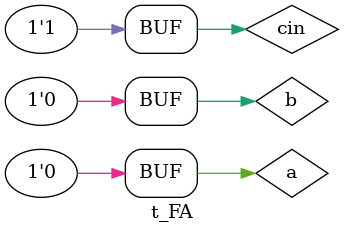
<source format=v>
`timescale 1ns/1ps
module t_FA;
reg a,b,cin;
wire sum,cout;

FA FA1
(.a(a),.b(b), .cin(cin), .sum(sum), .cout(cout));

initial 
begin
a=0;
b=0;
cin=0;

#20
a=0;
b=0;
cin=1;

end

initial 
$monitor("x=%d,y=%d,cin=%d  sum=%d,cout=%d",a,b,cin,sum,cout);

endmodule

</source>
